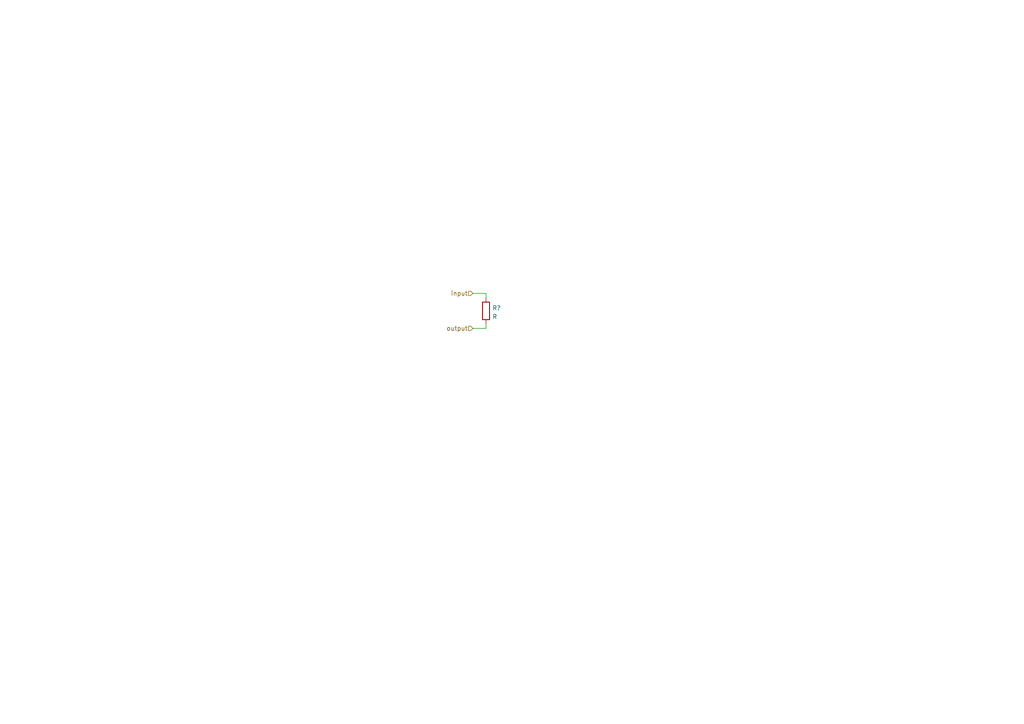
<source format=kicad_sch>
(kicad_sch (version 20211123) (generator eeschema)
  (paper "A4")
  (lib_symbols
    (symbol "Device:R" (pin_numbers hide) (pin_names (offset 0))
      (property "Reference" "R" (at 2.032 0 90))
      (property "Value" "R" (at 0 0 90))
      (symbol "R_0_1"
        (rectangle (start -1.016 -2.54) (end 1.016 2.54) (stroke (width 0.254)))
      )
      (symbol "R_1_1"
        (pin passive line (at 0 3.81 270) (length 1.27) (name "~") (number "1"))
        (pin passive line (at 0 -3.81 90) (length 1.27) (name "~") (number "2"))
      )
    )
  )
  (wire (pts (xy 140.97 95.25) (xy 140.97 93.98)))
  (wire (pts (xy 137.16 95.25) (xy 140.97 95.25)))
  (wire (pts (xy 137.16 85.09) (xy 140.97 85.09)))
  (wire (pts (xy 140.97 85.09) (xy 140.97 86.36)))
  (hierarchical_label "input" (shape input) (at 137.16 85.09 180))
  (hierarchical_label "output" (shape input) (at 137.16 95.25 180))
  (symbol (lib_id "Device:R") (at 140.97 90.17 0) (unit 1)
    (property "Reference" "R?" (at 142.748 89.3353 0) (effects (justify left)))
    (property "Value" "R" (at 142.748 91.8722 0) (effects (justify left)))
  )
)
</source>
